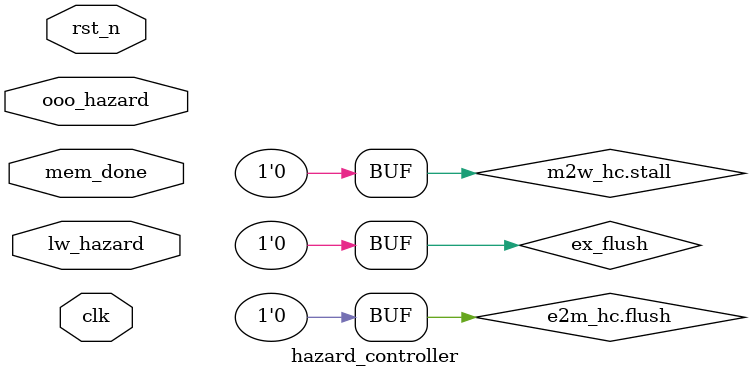
<source format=sv>
/*
 * hazard_controller.sv
 * Author: Zinsser Zhang
 * Last Revision: 04/08/2018
 *
 * hazard_controller collect feedbacks from each stage and detect whether there
 * are hazards in the pipeline. If so, it generate control signals to stall or
 * flush each stage. It also contains a branch_controller, which talks to
 * a branch predictor to make a prediction when a branch instruction is decoded.
 *
 * See wiki page "Hazards" for details.
 * See wiki page "Branch and Jump" for details of branch and jump instructions.
 */
`include "mips_core.svh"

module hazard_controller (
	input clk,    // Clock
	input rst_n,  // Asynchronous reset active low

	// Feedback from IF
	cache_output_ifc.in if_i_cache_output,
	// Feedback from DEC
	pc_ifc.in dec_pc,
	branch_decoded_ifc.hazard dec_branch_decoded,
	// Feedback from EX
	pc_ifc.in ex_pc,
	input lw_hazard,
	branch_result_ifc.in ex_branch_result,
	// Feedback from MEM
	input mem_done,

	// ooo buffer hazard
	input ooo_hazard,

	// Hazard control output
	hazard_control_ifc.out i2i_hc,
	hazard_control_ifc.out i2d_hc,
	hazard_control_ifc.out d2e_hc,
	hazard_control_ifc.out e2m_hc,
	hazard_control_ifc.out m2w_hc,

	// Load pc output
	load_pc_ifc.out load_pc
);

	branch_controller BRANCH_CONTROLLER (
		.clk, .rst_n,
		.dec_pc,
		.dec_branch_decoded,
		.ex_pc,
		.ex_branch_result
	);

	// We have total 6 potential hazards
	logic ic_miss;			// I cache miss
	logic ds_miss;			// Delay slot miss
	logic dec_overload;		// Branch predict taken or Jump
	logic ex_overload;		// Branch prediction wrong
	//    lw_hazard;		// Load word hazard (input from forward unit)
	logic dc_miss;			// D cache miss

	// Determine if we have these hazards
	always_comb
	begin
		ic_miss = ~if_i_cache_output.valid;
		ds_miss = ic_miss & dec_branch_decoded.valid;
		dec_overload = dec_branch_decoded.valid
			& (dec_branch_decoded.is_jump
				| (dec_branch_decoded.prediction == TAKEN));
		ex_overload = ex_branch_result.valid
			& (ex_branch_result.prediction != ex_branch_result.outcome);
		// lw_hazard is determined by forward unit.
		dc_miss = ~mem_done;
	end

	// Control signals
	logic if_stall, if_flush;
	logic dec_stall, dec_flush;
	logic ex_stall, ex_flush;
	logic mem_stall, mem_flush;
	// wb doesn't need to be stalled or flushed
	// i.e. any data goes to wb is finalized and waiting to be commited

	/*
	 * Now let's go over the solution of all hazards
	 * ic_miss:
	 *     if_stall, if_flush
	 * ds_miss:
	 *     dec_stall, dec_flush (if_stall and if_flush handled by ic_miss)
	 * dec_overload:
	 *     load_pc
	 * ex_overload:
	 *     load_pc, ~if_stall, if_flush
	 * lw_hazard:
	 *     dec_stall, dec_flush
	 * dc_miss:
	 *     mem_stall, mem_flush
	 *
	 * The only conflict here is between ic_miss and ex_overload.
	 * ex_overload should have higher priority than ic_miss. Because i cache
	 * does not register missed request, it's totally fine to directly overload
	 * the pc value.
	 *
	 * In addition to above hazards, each stage should also stall if its
	 * downstream stage stalls (e.g., when mem stalls, if & dec & ex should all
	 * stall). This has the highest priority.
	 */

	always_comb
	begin : handle_if
		if_stall <= 1'b0;
		if_flush <= 1'b0;

		if (ic_miss)
		begin
			if_stall <= 1'b1;
			if_flush <= 1'b1;
		end

		if (ex_overload)
		begin
			if_stall <= 1'b0;
			if_flush <= 1'b1;
		end

		if (dec_stall)
			if_stall <= 1'b1;
	end

	always_comb
	begin : handle_dec
		dec_stall <= 1'b0;
		dec_flush <= 1'b0;

		if (ds_miss | lw_hazard)
		begin
			dec_stall <= 1'b1;
			dec_flush <= 1'b1;
		end

		if (ex_stall | ooo_hazard)
			dec_stall <= 1'b1;
	end

	always_comb
	begin : handle_ex
		ex_stall = mem_stall;
		ex_flush = 1'b0;
	end

	always_comb
	begin : handle_mem
		mem_stall = dc_miss;
		mem_flush = dc_miss;
	end

	// Now distribute the control signals to each pipeline registers
	always_comb
	begin
		i2i_hc.stall = 1'b0;
		i2i_hc.stall = if_stall;
		i2d_hc.flush = if_flush;
		i2d_hc.stall = dec_stall;
		d2e_hc.flush = dec_flush;
		d2e_hc.stall = ex_stall;
		e2m_hc.flush = ex_flush;
		e2m_hc.stall = mem_stall;
		m2w_hc.flush = mem_flush;
		m2w_hc.stall = 1'b0;
	end

	// Derive the load_pc
	always_comb
	begin
		load_pc.we = dec_overload | ex_overload;
		if (dec_overload)
			load_pc.new_pc = dec_branch_decoded.target;
		else
			load_pc.new_pc = ex_branch_result.recovery_target;
	end

endmodule

</source>
